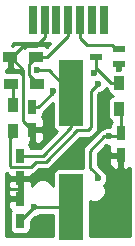
<source format=gbr>
G04 #@! TF.FileFunction,Copper,L2,Bot,Signal*
%FSLAX46Y46*%
G04 Gerber Fmt 4.6, Leading zero omitted, Abs format (unit mm)*
G04 Created by KiCad (PCBNEW 4.0.2-stable) date Thu 21 Apr 2016 02:04:47 AM EEST*
%MOMM*%
G01*
G04 APERTURE LIST*
%ADD10C,0.100000*%
%ADD11R,0.750000X2.400000*%
%ADD12R,0.750000X1.200000*%
%ADD13R,0.900000X1.200000*%
%ADD14R,1.000760X0.599440*%
%ADD15R,1.200000X0.900000*%
%ADD16R,2.100580X5.600700*%
%ADD17C,0.600000*%
%ADD18C,0.250000*%
%ADD19C,0.254000*%
G04 APERTURE END LIST*
D10*
D11*
X154130000Y-100284000D03*
X153130000Y-100284000D03*
X152130000Y-100284000D03*
X151130000Y-100284000D03*
X150130000Y-100284000D03*
X149130000Y-100284000D03*
X148130000Y-100284000D03*
D12*
X147066000Y-111762500D03*
X147066000Y-113662500D03*
X147066000Y-117279500D03*
X147066000Y-115379500D03*
X155575000Y-109794000D03*
X155575000Y-111694000D03*
X148082000Y-107635000D03*
X148082000Y-109535000D03*
D13*
X155448000Y-105580000D03*
X155448000Y-107780000D03*
D14*
X155381960Y-104028240D03*
X155381960Y-102727760D03*
X153482040Y-103378000D03*
D13*
X146431000Y-107485000D03*
X146431000Y-109685000D03*
D15*
X148483500Y-105664000D03*
X146283500Y-105664000D03*
X146220000Y-103378000D03*
X148420000Y-103378000D03*
D16*
X151384000Y-106403140D03*
X151384000Y-116100860D03*
D17*
X153606500Y-113665000D03*
X154559000Y-110109000D03*
X155384500Y-104394000D03*
X148082000Y-110744000D03*
X146050000Y-114554000D03*
X153924000Y-112268000D03*
X149796500Y-106235500D03*
X148463000Y-104521000D03*
X148244640Y-116100860D03*
X153606500Y-105664000D03*
X153289000Y-104775000D03*
D18*
X153606500Y-113665000D02*
X153606500Y-113411000D01*
X153606500Y-113411000D02*
X152971500Y-112776000D01*
X152971500Y-112776000D02*
X152971500Y-111315500D01*
X152971500Y-111315500D02*
X154178000Y-110109000D01*
X154178000Y-110109000D02*
X155067000Y-110109000D01*
X155067000Y-110109000D02*
X155321000Y-110109000D01*
X155321000Y-110109000D02*
X155575000Y-109855000D01*
X155575000Y-109855000D02*
X155575000Y-109794000D01*
X155575000Y-109794000D02*
X155575000Y-107907000D01*
X155575000Y-107907000D02*
X155448000Y-107780000D01*
X154559000Y-110109000D02*
X155067000Y-110109000D01*
X146220000Y-103378000D02*
X146367500Y-103378000D01*
X147320000Y-102425500D02*
X148399500Y-102425500D01*
X146367500Y-103378000D02*
X147320000Y-102425500D01*
X148399500Y-102425500D02*
X149130000Y-101695000D01*
X149130000Y-101695000D02*
X149130000Y-100584000D01*
X146220000Y-103378000D02*
X146240500Y-103378000D01*
X146240500Y-103378000D02*
X147320000Y-104457500D01*
X147320000Y-104457500D02*
X147320000Y-108773000D01*
X147320000Y-108773000D02*
X148082000Y-109535000D01*
X155381960Y-104028240D02*
X155381960Y-104391460D01*
X155381960Y-104391460D02*
X155384500Y-104394000D01*
X147066000Y-115379500D02*
X147066000Y-114554000D01*
X147066000Y-114554000D02*
X147066000Y-113662500D01*
X146939000Y-114554000D02*
X147066000Y-114554000D01*
X148082000Y-110744000D02*
X148082000Y-109535000D01*
X146939000Y-114554000D02*
X146050000Y-114554000D01*
X155575000Y-111694000D02*
X154498000Y-111694000D01*
X154498000Y-111694000D02*
X153924000Y-112268000D01*
X149796500Y-106235500D02*
X149796500Y-106426000D01*
X149796500Y-106426000D02*
X148587500Y-107635000D01*
X148587500Y-107635000D02*
X148460500Y-107635000D01*
X148460500Y-107635000D02*
X148082000Y-107635000D01*
X147066000Y-111762500D02*
X148968500Y-111762500D01*
X151384000Y-109347000D02*
X151384000Y-106403140D01*
X148968500Y-111762500D02*
X151384000Y-109347000D01*
X149479000Y-104521000D02*
X151361140Y-106403140D01*
X148463000Y-104521000D02*
X149479000Y-104521000D01*
X151361140Y-106403140D02*
X151384000Y-106403140D01*
X151384000Y-116100860D02*
X148244640Y-116100860D01*
X148244640Y-116100860D02*
X147066000Y-117279500D01*
X153606500Y-105664000D02*
X153035000Y-106235500D01*
X153035000Y-106235500D02*
X153035000Y-109347000D01*
X153035000Y-109347000D02*
X152781000Y-109601000D01*
X147955000Y-112712500D02*
X146240500Y-112712500D01*
X152781000Y-109601000D02*
X151892000Y-109601000D01*
X151892000Y-109601000D02*
X149225000Y-112268000D01*
X149225000Y-112268000D02*
X148399500Y-112268000D01*
X148399500Y-112268000D02*
X147955000Y-112712500D01*
X146240500Y-112712500D02*
X146177000Y-112649000D01*
X146177000Y-112649000D02*
X146177000Y-110236000D01*
X146177000Y-110236000D02*
X146431000Y-109982000D01*
X146431000Y-109982000D02*
X146431000Y-109685000D01*
X153289000Y-104775000D02*
X153482040Y-104581960D01*
X153482040Y-104581960D02*
X153482040Y-104333040D01*
X154729000Y-105580000D02*
X153482040Y-104333040D01*
X153482040Y-104333040D02*
X153482040Y-103378000D01*
X155448000Y-105580000D02*
X154729000Y-105580000D01*
X155381960Y-102727760D02*
X155178760Y-102727760D01*
X152717500Y-102362000D02*
X152130000Y-101774500D01*
X155178760Y-102727760D02*
X154813000Y-102362000D01*
X154813000Y-102362000D02*
X152717500Y-102362000D01*
X152130000Y-101774500D02*
X152130000Y-100584000D01*
X148420000Y-103378000D02*
X149352000Y-103378000D01*
X149352000Y-103378000D02*
X151130000Y-101600000D01*
X151130000Y-101600000D02*
X151130000Y-100584000D01*
X148483500Y-105664000D02*
X148483500Y-105557500D01*
X148483500Y-105557500D02*
X147828000Y-104902000D01*
X147828000Y-104902000D02*
X147828000Y-103970000D01*
X147828000Y-103970000D02*
X148420000Y-103378000D01*
X146431000Y-107485000D02*
X146431000Y-105811500D01*
X146431000Y-105811500D02*
X146283500Y-105664000D01*
D19*
G36*
X154397574Y-110916860D02*
X154585987Y-110917024D01*
X154565000Y-110967691D01*
X154565000Y-111408250D01*
X154723750Y-111567000D01*
X155448000Y-111567000D01*
X155448000Y-111547000D01*
X155702000Y-111547000D01*
X155702000Y-111567000D01*
X155722000Y-111567000D01*
X155722000Y-111821000D01*
X155702000Y-111821000D01*
X155702000Y-112770250D01*
X155860750Y-112929000D01*
X156076310Y-112929000D01*
X156309699Y-112832327D01*
X156389000Y-112753026D01*
X156389000Y-118543000D01*
X152952242Y-118543000D01*
X152952242Y-115599243D01*
X153138330Y-115676513D01*
X153519279Y-115676846D01*
X153871357Y-115531370D01*
X154140963Y-115262234D01*
X154287053Y-114910410D01*
X154287386Y-114529461D01*
X154169651Y-114244520D01*
X154291090Y-114123293D01*
X154414360Y-113826426D01*
X154414640Y-113504984D01*
X154291889Y-113207903D01*
X154066822Y-112982443D01*
X154054099Y-112963401D01*
X154054096Y-112963399D01*
X153604500Y-112513802D01*
X153604500Y-111979750D01*
X154565000Y-111979750D01*
X154565000Y-112420309D01*
X154661673Y-112653698D01*
X154840301Y-112832327D01*
X155073690Y-112929000D01*
X155289250Y-112929000D01*
X155448000Y-112770250D01*
X155448000Y-111821000D01*
X154723750Y-111821000D01*
X154565000Y-111979750D01*
X153604500Y-111979750D01*
X153604500Y-111577698D01*
X154304136Y-110878061D01*
X154397574Y-110916860D01*
X154397574Y-110916860D01*
G37*
X154397574Y-110916860D02*
X154585987Y-110917024D01*
X154565000Y-110967691D01*
X154565000Y-111408250D01*
X154723750Y-111567000D01*
X155448000Y-111567000D01*
X155448000Y-111547000D01*
X155702000Y-111547000D01*
X155702000Y-111567000D01*
X155722000Y-111567000D01*
X155722000Y-111821000D01*
X155702000Y-111821000D01*
X155702000Y-112770250D01*
X155860750Y-112929000D01*
X156076310Y-112929000D01*
X156309699Y-112832327D01*
X156389000Y-112753026D01*
X156389000Y-118543000D01*
X152952242Y-118543000D01*
X152952242Y-115599243D01*
X153138330Y-115676513D01*
X153519279Y-115676846D01*
X153871357Y-115531370D01*
X154140963Y-115262234D01*
X154287053Y-114910410D01*
X154287386Y-114529461D01*
X154169651Y-114244520D01*
X154291090Y-114123293D01*
X154414360Y-113826426D01*
X154414640Y-113504984D01*
X154291889Y-113207903D01*
X154066822Y-112982443D01*
X154054099Y-112963401D01*
X154054096Y-112963399D01*
X153604500Y-112513802D01*
X153604500Y-111979750D01*
X154565000Y-111979750D01*
X154565000Y-112420309D01*
X154661673Y-112653698D01*
X154840301Y-112832327D01*
X155073690Y-112929000D01*
X155289250Y-112929000D01*
X155448000Y-112770250D01*
X155448000Y-111821000D01*
X154723750Y-111821000D01*
X154565000Y-111979750D01*
X153604500Y-111979750D01*
X153604500Y-111577698D01*
X154304136Y-110878061D01*
X154397574Y-110916860D01*
G36*
X154480048Y-106160331D02*
X154480048Y-106180000D01*
X154515470Y-106368253D01*
X154626728Y-106541153D01*
X154796488Y-106657145D01*
X154906095Y-106679341D01*
X154809747Y-106697470D01*
X154636847Y-106808728D01*
X154520855Y-106978488D01*
X154480048Y-107180000D01*
X154480048Y-108380000D01*
X154515470Y-108568253D01*
X154626728Y-108741153D01*
X154796488Y-108857145D01*
X154813041Y-108860497D01*
X154722855Y-108992488D01*
X154682048Y-109194000D01*
X154682048Y-109301107D01*
X154398984Y-109300860D01*
X154101903Y-109423611D01*
X154017427Y-109507940D01*
X153975952Y-109516190D01*
X153935761Y-109524184D01*
X153730401Y-109661401D01*
X153730399Y-109661404D01*
X152523901Y-110867901D01*
X152386684Y-111073261D01*
X152338499Y-111315500D01*
X152338500Y-111315505D01*
X152338500Y-112775995D01*
X152338499Y-112776000D01*
X152339803Y-112782558D01*
X150333710Y-112782558D01*
X150145457Y-112817980D01*
X149972557Y-112929238D01*
X149856565Y-113098998D01*
X149815758Y-113300510D01*
X149815758Y-114354366D01*
X149742630Y-114177383D01*
X149473494Y-113907777D01*
X149121670Y-113761687D01*
X148740721Y-113761354D01*
X148388643Y-113906830D01*
X148119037Y-114175966D01*
X148076000Y-114279611D01*
X148076000Y-113948250D01*
X147917250Y-113789500D01*
X147193000Y-113789500D01*
X147193000Y-115252500D01*
X147213000Y-115252500D01*
X147213000Y-115506500D01*
X147193000Y-115506500D01*
X147193000Y-115526500D01*
X146939000Y-115526500D01*
X146939000Y-115506500D01*
X146214750Y-115506500D01*
X146056000Y-115665250D01*
X146056000Y-116105809D01*
X146152673Y-116339198D01*
X146245357Y-116431883D01*
X146213855Y-116477988D01*
X146173048Y-116679500D01*
X146173048Y-117879500D01*
X146208470Y-118067753D01*
X146319728Y-118240653D01*
X146489488Y-118356645D01*
X146691000Y-118397452D01*
X147441000Y-118397452D01*
X147629253Y-118362030D01*
X147802153Y-118250772D01*
X147918145Y-118081012D01*
X147958952Y-117879500D01*
X147958952Y-117281746D01*
X148331761Y-116908937D01*
X148404656Y-116909000D01*
X148701737Y-116786249D01*
X148754218Y-116733860D01*
X149815758Y-116733860D01*
X149815758Y-118543000D01*
X145871000Y-118543000D01*
X145871000Y-113948250D01*
X146056000Y-113948250D01*
X146056000Y-114388809D01*
X146110755Y-114521000D01*
X146056000Y-114653191D01*
X146056000Y-115093750D01*
X146214750Y-115252500D01*
X146939000Y-115252500D01*
X146939000Y-113789500D01*
X146214750Y-113789500D01*
X146056000Y-113948250D01*
X145871000Y-113948250D01*
X145871000Y-113212283D01*
X145930119Y-113251785D01*
X145998262Y-113297317D01*
X146056000Y-113308802D01*
X146056000Y-113376750D01*
X146214750Y-113535500D01*
X146939000Y-113535500D01*
X146939000Y-113515500D01*
X147193000Y-113515500D01*
X147193000Y-113535500D01*
X147917250Y-113535500D01*
X148076000Y-113376750D01*
X148076000Y-113321432D01*
X148197239Y-113297316D01*
X148402599Y-113160099D01*
X148661698Y-112901000D01*
X149224995Y-112901000D01*
X149225000Y-112901001D01*
X149467239Y-112852816D01*
X149672599Y-112715599D01*
X152154197Y-110234000D01*
X152780995Y-110234000D01*
X152781000Y-110234001D01*
X153023239Y-110185816D01*
X153228599Y-110048599D01*
X153482596Y-109794601D01*
X153482599Y-109794599D01*
X153619816Y-109589239D01*
X153668000Y-109347000D01*
X153668000Y-106497698D01*
X153693621Y-106472077D01*
X153766516Y-106472140D01*
X154063597Y-106349389D01*
X154291090Y-106122293D01*
X154319766Y-106053234D01*
X154480048Y-106160331D01*
X154480048Y-106160331D01*
G37*
X154480048Y-106160331D02*
X154480048Y-106180000D01*
X154515470Y-106368253D01*
X154626728Y-106541153D01*
X154796488Y-106657145D01*
X154906095Y-106679341D01*
X154809747Y-106697470D01*
X154636847Y-106808728D01*
X154520855Y-106978488D01*
X154480048Y-107180000D01*
X154480048Y-108380000D01*
X154515470Y-108568253D01*
X154626728Y-108741153D01*
X154796488Y-108857145D01*
X154813041Y-108860497D01*
X154722855Y-108992488D01*
X154682048Y-109194000D01*
X154682048Y-109301107D01*
X154398984Y-109300860D01*
X154101903Y-109423611D01*
X154017427Y-109507940D01*
X153975952Y-109516190D01*
X153935761Y-109524184D01*
X153730401Y-109661401D01*
X153730399Y-109661404D01*
X152523901Y-110867901D01*
X152386684Y-111073261D01*
X152338499Y-111315500D01*
X152338500Y-111315505D01*
X152338500Y-112775995D01*
X152338499Y-112776000D01*
X152339803Y-112782558D01*
X150333710Y-112782558D01*
X150145457Y-112817980D01*
X149972557Y-112929238D01*
X149856565Y-113098998D01*
X149815758Y-113300510D01*
X149815758Y-114354366D01*
X149742630Y-114177383D01*
X149473494Y-113907777D01*
X149121670Y-113761687D01*
X148740721Y-113761354D01*
X148388643Y-113906830D01*
X148119037Y-114175966D01*
X148076000Y-114279611D01*
X148076000Y-113948250D01*
X147917250Y-113789500D01*
X147193000Y-113789500D01*
X147193000Y-115252500D01*
X147213000Y-115252500D01*
X147213000Y-115506500D01*
X147193000Y-115506500D01*
X147193000Y-115526500D01*
X146939000Y-115526500D01*
X146939000Y-115506500D01*
X146214750Y-115506500D01*
X146056000Y-115665250D01*
X146056000Y-116105809D01*
X146152673Y-116339198D01*
X146245357Y-116431883D01*
X146213855Y-116477988D01*
X146173048Y-116679500D01*
X146173048Y-117879500D01*
X146208470Y-118067753D01*
X146319728Y-118240653D01*
X146489488Y-118356645D01*
X146691000Y-118397452D01*
X147441000Y-118397452D01*
X147629253Y-118362030D01*
X147802153Y-118250772D01*
X147918145Y-118081012D01*
X147958952Y-117879500D01*
X147958952Y-117281746D01*
X148331761Y-116908937D01*
X148404656Y-116909000D01*
X148701737Y-116786249D01*
X148754218Y-116733860D01*
X149815758Y-116733860D01*
X149815758Y-118543000D01*
X145871000Y-118543000D01*
X145871000Y-113948250D01*
X146056000Y-113948250D01*
X146056000Y-114388809D01*
X146110755Y-114521000D01*
X146056000Y-114653191D01*
X146056000Y-115093750D01*
X146214750Y-115252500D01*
X146939000Y-115252500D01*
X146939000Y-113789500D01*
X146214750Y-113789500D01*
X146056000Y-113948250D01*
X145871000Y-113948250D01*
X145871000Y-113212283D01*
X145930119Y-113251785D01*
X145998262Y-113297317D01*
X146056000Y-113308802D01*
X146056000Y-113376750D01*
X146214750Y-113535500D01*
X146939000Y-113535500D01*
X146939000Y-113515500D01*
X147193000Y-113515500D01*
X147193000Y-113535500D01*
X147917250Y-113535500D01*
X148076000Y-113376750D01*
X148076000Y-113321432D01*
X148197239Y-113297316D01*
X148402599Y-113160099D01*
X148661698Y-112901000D01*
X149224995Y-112901000D01*
X149225000Y-112901001D01*
X149467239Y-112852816D01*
X149672599Y-112715599D01*
X152154197Y-110234000D01*
X152780995Y-110234000D01*
X152781000Y-110234001D01*
X153023239Y-110185816D01*
X153228599Y-110048599D01*
X153482596Y-109794601D01*
X153482599Y-109794599D01*
X153619816Y-109589239D01*
X153668000Y-109347000D01*
X153668000Y-106497698D01*
X153693621Y-106472077D01*
X153766516Y-106472140D01*
X154063597Y-106349389D01*
X154291090Y-106122293D01*
X154319766Y-106053234D01*
X154480048Y-106160331D01*
G36*
X149815758Y-109203490D02*
X149851180Y-109391743D01*
X149962438Y-109564643D01*
X150132198Y-109680635D01*
X150151300Y-109684503D01*
X148706302Y-111129500D01*
X147952743Y-111129500D01*
X147923530Y-110974247D01*
X147812272Y-110801347D01*
X147766394Y-110770000D01*
X147796250Y-110770000D01*
X147955000Y-110611250D01*
X147955000Y-109662000D01*
X148209000Y-109662000D01*
X148209000Y-110611250D01*
X148367750Y-110770000D01*
X148583310Y-110770000D01*
X148816699Y-110673327D01*
X148995327Y-110494698D01*
X149092000Y-110261309D01*
X149092000Y-109820750D01*
X148933250Y-109662000D01*
X148209000Y-109662000D01*
X147955000Y-109662000D01*
X147935000Y-109662000D01*
X147935000Y-109408000D01*
X147955000Y-109408000D01*
X147955000Y-109388000D01*
X148209000Y-109388000D01*
X148209000Y-109408000D01*
X148933250Y-109408000D01*
X149092000Y-109249250D01*
X149092000Y-108808691D01*
X148995327Y-108575302D01*
X148902643Y-108482617D01*
X148934145Y-108436512D01*
X148974952Y-108235000D01*
X148974952Y-108122788D01*
X149035099Y-108082599D01*
X149815758Y-107301939D01*
X149815758Y-109203490D01*
X149815758Y-109203490D01*
G37*
X149815758Y-109203490D02*
X149851180Y-109391743D01*
X149962438Y-109564643D01*
X150132198Y-109680635D01*
X150151300Y-109684503D01*
X148706302Y-111129500D01*
X147952743Y-111129500D01*
X147923530Y-110974247D01*
X147812272Y-110801347D01*
X147766394Y-110770000D01*
X147796250Y-110770000D01*
X147955000Y-110611250D01*
X147955000Y-109662000D01*
X148209000Y-109662000D01*
X148209000Y-110611250D01*
X148367750Y-110770000D01*
X148583310Y-110770000D01*
X148816699Y-110673327D01*
X148995327Y-110494698D01*
X149092000Y-110261309D01*
X149092000Y-109820750D01*
X148933250Y-109662000D01*
X148209000Y-109662000D01*
X147955000Y-109662000D01*
X147935000Y-109662000D01*
X147935000Y-109408000D01*
X147955000Y-109408000D01*
X147955000Y-109388000D01*
X148209000Y-109388000D01*
X148209000Y-109408000D01*
X148933250Y-109408000D01*
X149092000Y-109249250D01*
X149092000Y-108808691D01*
X148995327Y-108575302D01*
X148902643Y-108482617D01*
X148934145Y-108436512D01*
X148974952Y-108235000D01*
X148974952Y-108122788D01*
X149035099Y-108082599D01*
X149815758Y-107301939D01*
X149815758Y-109203490D01*
G36*
X146347000Y-103251000D02*
X146367000Y-103251000D01*
X146367000Y-103505000D01*
X146347000Y-103505000D01*
X146347000Y-104304250D01*
X146505750Y-104463000D01*
X146946309Y-104463000D01*
X147179698Y-104366327D01*
X147195000Y-104351025D01*
X147195000Y-104812007D01*
X147085012Y-104736855D01*
X146883500Y-104696048D01*
X145871000Y-104696048D01*
X145871000Y-104463000D01*
X145934250Y-104463000D01*
X146093000Y-104304250D01*
X146093000Y-103505000D01*
X146073000Y-103505000D01*
X146073000Y-103251000D01*
X146093000Y-103251000D01*
X146093000Y-103231000D01*
X146347000Y-103231000D01*
X146347000Y-103251000D01*
X146347000Y-103251000D01*
G37*
X146347000Y-103251000D02*
X146367000Y-103251000D01*
X146367000Y-103505000D01*
X146347000Y-103505000D01*
X146347000Y-104304250D01*
X146505750Y-104463000D01*
X146946309Y-104463000D01*
X147179698Y-104366327D01*
X147195000Y-104351025D01*
X147195000Y-104812007D01*
X147085012Y-104736855D01*
X146883500Y-104696048D01*
X145871000Y-104696048D01*
X145871000Y-104463000D01*
X145934250Y-104463000D01*
X146093000Y-104304250D01*
X146093000Y-103505000D01*
X146073000Y-103505000D01*
X146073000Y-103251000D01*
X146093000Y-103251000D01*
X146093000Y-103231000D01*
X146347000Y-103231000D01*
X146347000Y-103251000D01*
G36*
X155508960Y-103901240D02*
X155528960Y-103901240D01*
X155528960Y-104155240D01*
X155508960Y-104155240D01*
X155508960Y-104175240D01*
X155254960Y-104175240D01*
X155254960Y-104155240D01*
X155234960Y-104155240D01*
X155234960Y-103901240D01*
X155254960Y-103901240D01*
X155254960Y-103881240D01*
X155508960Y-103881240D01*
X155508960Y-103901240D01*
X155508960Y-103901240D01*
G37*
X155508960Y-103901240D02*
X155528960Y-103901240D01*
X155528960Y-104155240D01*
X155508960Y-104155240D01*
X155508960Y-104175240D01*
X155254960Y-104175240D01*
X155254960Y-104155240D01*
X155234960Y-104155240D01*
X155234960Y-103901240D01*
X155254960Y-103901240D01*
X155254960Y-103881240D01*
X155508960Y-103881240D01*
X155508960Y-103901240D01*
G36*
X149318012Y-102516790D02*
X149221512Y-102450855D01*
X149020000Y-102410048D01*
X147820000Y-102410048D01*
X147631747Y-102445470D01*
X147458847Y-102556728D01*
X147393281Y-102652687D01*
X147358327Y-102568301D01*
X147179698Y-102389673D01*
X146946309Y-102293000D01*
X146505750Y-102293000D01*
X146347002Y-102451748D01*
X146347002Y-102381484D01*
X146493486Y-102235000D01*
X149599803Y-102235000D01*
X149318012Y-102516790D01*
X149318012Y-102516790D01*
G37*
X149318012Y-102516790D02*
X149221512Y-102450855D01*
X149020000Y-102410048D01*
X147820000Y-102410048D01*
X147631747Y-102445470D01*
X147458847Y-102556728D01*
X147393281Y-102652687D01*
X147358327Y-102568301D01*
X147179698Y-102389673D01*
X146946309Y-102293000D01*
X146505750Y-102293000D01*
X146347002Y-102451748D01*
X146347002Y-102381484D01*
X146493486Y-102235000D01*
X149599803Y-102235000D01*
X149318012Y-102516790D01*
M02*

</source>
